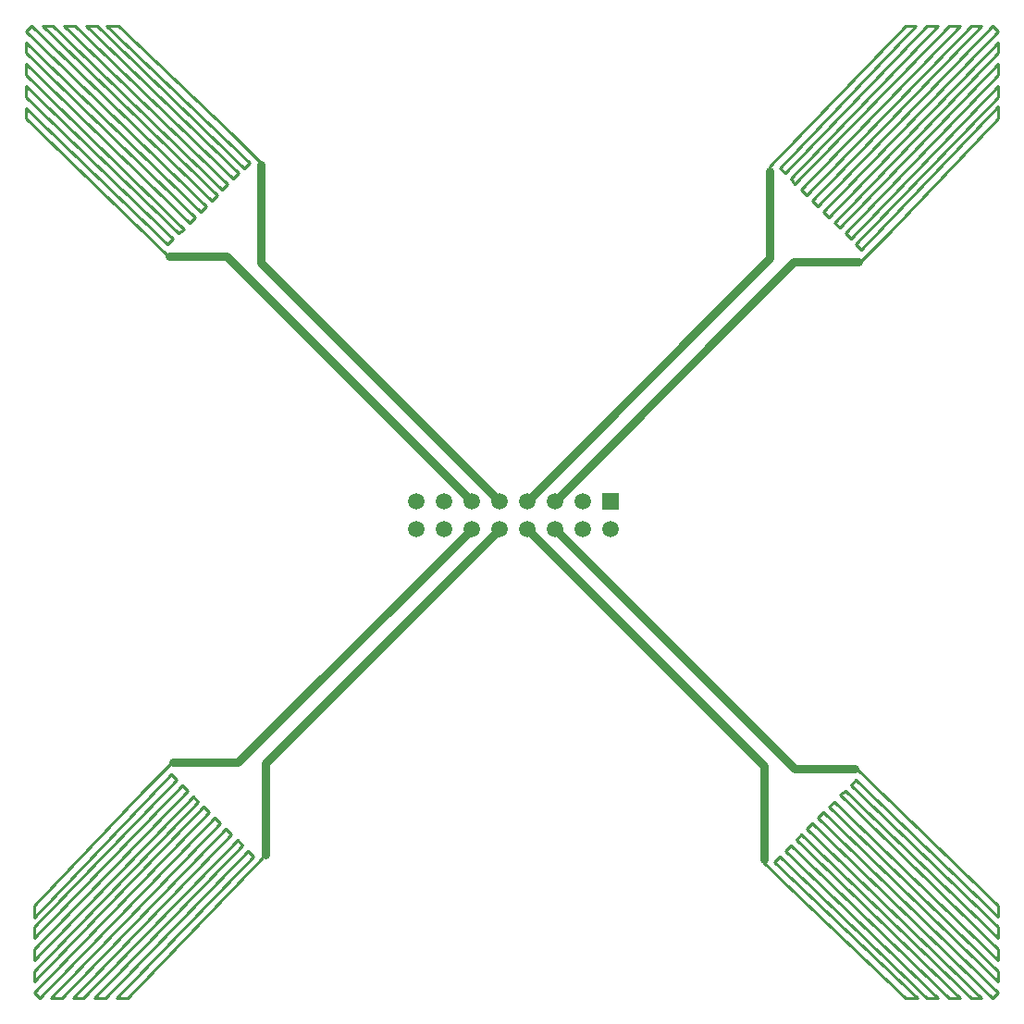
<source format=gbl>
G04 Layer_Physical_Order=2*
G04 Layer_Color=16711680*
%FSLAX25Y25*%
%MOIN*%
G70*
G01*
G75*
%ADD10C,0.03150*%
%ADD11C,0.01000*%
%ADD12R,0.05906X0.05906*%
%ADD13C,0.05906*%
D10*
X268110Y51968D02*
Y85590D01*
X182598Y171102D02*
X268110Y85590D01*
X279055Y84646D02*
X300787D01*
X192598Y171102D02*
X279055Y84646D01*
X278819Y267323D02*
X301969D01*
X192598Y181102D02*
X278819Y267323D01*
X270079Y268583D02*
Y300000D01*
X182598Y181102D02*
X270079Y268583D01*
X86614Y267087D02*
Y302362D01*
Y267087D02*
X172598Y181102D01*
X53543Y269291D02*
X74410D01*
X162598Y181102D01*
X88189Y53543D02*
Y86693D01*
X172598Y171102D01*
X55118Y87008D02*
X78504D01*
X162598Y171102D01*
D11*
X44488Y76772D02*
X54331Y86614D01*
X5118Y35433D02*
X44488Y76772D01*
X5118Y31102D02*
Y35433D01*
Y31102D02*
X54331Y82677D01*
X56299Y80709D01*
X5118Y27559D02*
X56299Y80709D01*
X5118Y23622D02*
Y27559D01*
Y23622D02*
X58268Y78740D01*
X60236Y76772D01*
X5118Y19685D02*
X60236Y76772D01*
X5118Y15748D02*
Y19685D01*
Y15748D02*
X62205Y74803D01*
X64173Y72835D01*
X5118Y11811D02*
X64173Y72835D01*
X5118Y7874D02*
Y11811D01*
Y7874D02*
X66142Y70866D01*
X68110Y68898D01*
X5118Y3937D02*
X68110Y68898D01*
X5118Y3937D02*
X7087Y1969D01*
X70079Y66929D01*
X72047Y64961D01*
X11024Y1969D02*
X72047Y64961D01*
X11024Y1969D02*
X14961D01*
X74016Y62992D01*
X75984Y61024D01*
X18898Y1969D02*
X75984Y61024D01*
X18898Y1969D02*
X22835D01*
X78347Y59055D01*
X79921Y57087D01*
X26772Y1969D02*
X79921Y57087D01*
X26772Y1969D02*
X30709D01*
X81890Y55118D01*
X83858Y53150D01*
X34646Y1969D02*
X83858Y53150D01*
X34646Y1969D02*
X38583D01*
X87339Y52756D01*
X76772Y312992D02*
X86614Y303150D01*
X35433Y352362D02*
X76772Y312992D01*
X31102Y352362D02*
X35433D01*
X31102D02*
X82677Y303150D01*
X80709Y301181D02*
X82677Y303150D01*
X27559Y352362D02*
X80709Y301181D01*
X23622Y352362D02*
X27559D01*
X23622D02*
X78740Y299213D01*
X76772Y297244D02*
X78740Y299213D01*
X19685Y352362D02*
X76772Y297244D01*
X15748Y352362D02*
X19685D01*
X15748D02*
X74803Y295276D01*
X72835Y293307D02*
X74803Y295276D01*
X11811Y352362D02*
X72835Y293307D01*
X7874Y352362D02*
X11811D01*
X7874D02*
X70866Y291339D01*
X68898Y289370D02*
X70866Y291339D01*
X3937Y352362D02*
X68898Y289370D01*
X1969Y350394D02*
X3937Y352362D01*
X1969Y350394D02*
X66929Y287402D01*
X64961Y285433D02*
X66929Y287402D01*
X1969Y346457D02*
X64961Y285433D01*
X1969Y342520D02*
Y346457D01*
Y342520D02*
X62992Y283465D01*
X61024Y281496D02*
X62992Y283465D01*
X1969Y338583D02*
X61024Y281496D01*
X1969Y334646D02*
Y338583D01*
Y334646D02*
X59055Y279134D01*
X57087Y277559D02*
X59055Y279134D01*
X1969Y330709D02*
X57087Y277559D01*
X1969Y326772D02*
Y330709D01*
Y326772D02*
X55118Y275590D01*
X53150Y273622D02*
X55118Y275590D01*
X1969Y322835D02*
X53150Y273622D01*
X1969Y318898D02*
Y322835D01*
Y318898D02*
X52756Y270142D01*
X267717Y51181D02*
X277559Y41339D01*
X318898Y1969D01*
X323228D01*
X271654Y51181D02*
X323228Y1969D01*
X271654Y51181D02*
X273622Y53150D01*
X326772Y1969D01*
X330709D01*
X275591Y55118D02*
X330709Y1969D01*
X275591Y55118D02*
X277559Y57087D01*
X334646Y1969D01*
X338583D01*
X279528Y59055D02*
X338583Y1969D01*
X279528Y59055D02*
X281496Y61024D01*
X342520Y1969D01*
X346457D01*
X283465Y62992D02*
X346457Y1969D01*
X283465Y62992D02*
X285433Y64961D01*
X350394Y1969D01*
X352362Y3937D01*
X287402Y66929D02*
X352362Y3937D01*
X287402Y66929D02*
X289370Y68898D01*
X352362Y7874D01*
Y11811D01*
X291339Y70866D02*
X352362Y11811D01*
X291339Y70866D02*
X293307Y72835D01*
X352362Y15748D01*
Y19685D01*
X295276Y75197D02*
X352362Y19685D01*
X295276Y75197D02*
X297244Y76772D01*
X352362Y23622D01*
Y27559D01*
X299213Y78740D02*
X352362Y27559D01*
X299213Y78740D02*
X301181Y80709D01*
X352362Y31496D01*
Y35433D01*
X301575Y84189D02*
X352362Y35433D01*
X303150Y267717D02*
X312992Y277559D01*
X352362Y318898D01*
Y323228D01*
X303150Y271654D02*
X352362Y323228D01*
X301181Y273622D02*
X303150Y271654D01*
X301181Y273622D02*
X352362Y326772D01*
Y330709D01*
X299213Y275590D02*
X352362Y330709D01*
X297244Y277559D02*
X299213Y275590D01*
X297244Y277559D02*
X352362Y334646D01*
Y338583D01*
X295276Y279528D02*
X352362Y338583D01*
X293307Y281496D02*
X295276Y279528D01*
X293307Y281496D02*
X352362Y342520D01*
Y346457D01*
X291339Y283465D02*
X352362Y346457D01*
X289370Y285433D02*
X291339Y283465D01*
X289370Y285433D02*
X352362Y350394D01*
X350394Y352362D02*
X352362Y350394D01*
X287402Y287402D02*
X350394Y352362D01*
X285433Y289370D02*
X287402Y287402D01*
X285433Y289370D02*
X346457Y352362D01*
X342520D02*
X346457D01*
X283465Y291339D02*
X342520Y352362D01*
X281496Y293307D02*
X283465Y291339D01*
X281496Y293307D02*
X338583Y352362D01*
X334646D02*
X338583D01*
X279134Y295276D02*
X334646Y352362D01*
X277559Y297244D02*
X279134Y295276D01*
X277559Y297244D02*
X330709Y352362D01*
X326772D02*
X330709D01*
X275591Y299213D02*
X326772Y352362D01*
X273622Y301181D02*
X275591Y299213D01*
X273622Y301181D02*
X322835Y352362D01*
X318898D02*
X322835D01*
X270142Y301575D02*
X318898Y352362D01*
D12*
X212598Y181102D02*
D03*
D13*
Y171102D02*
D03*
X202598Y181102D02*
D03*
Y171102D02*
D03*
X192598Y181102D02*
D03*
Y171102D02*
D03*
X182598Y181102D02*
D03*
Y171102D02*
D03*
X172598Y181102D02*
D03*
Y171102D02*
D03*
X162598Y181102D02*
D03*
Y171102D02*
D03*
X152598Y181102D02*
D03*
Y171102D02*
D03*
X142598Y181102D02*
D03*
Y171102D02*
D03*
M02*

</source>
